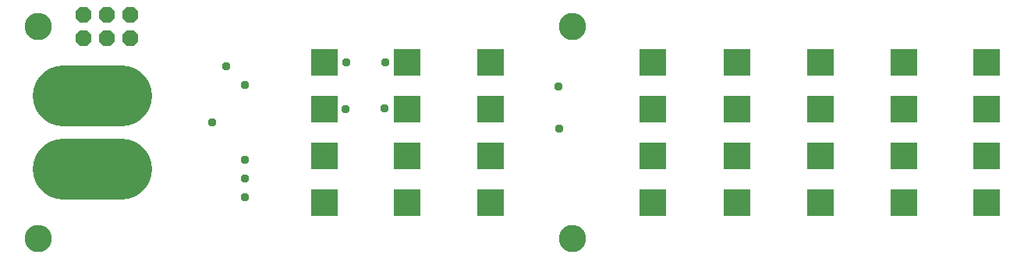
<source format=gbr>
G04 EAGLE Gerber X2 export*
%TF.Part,Single*%
%TF.FileFunction,Soldermask,Bot,1*%
%TF.FilePolarity,Negative*%
%TF.GenerationSoftware,Autodesk,EAGLE,8.6.0*%
%TF.CreationDate,2018-06-26T05:58:37Z*%
G75*
%MOMM*%
%FSLAX34Y34*%
%LPD*%
%AMOC8*
5,1,8,0,0,1.08239X$1,22.5*%
G01*
%ADD10C,2.953200*%
%ADD11R,2.873200X2.873200*%
%ADD12C,6.619200*%
%ADD13P,1.869504X8X22.500000*%
%ADD14C,0.959600*%


D10*
X35000Y35000D03*
X35000Y265000D03*
X615000Y265000D03*
X615000Y35000D03*
D11*
X346000Y226200D03*
X346000Y175400D03*
X346000Y124600D03*
X346000Y73800D03*
X974700Y226200D03*
X974700Y175400D03*
X974700Y124600D03*
X974700Y73800D03*
X436000Y226200D03*
X436000Y175400D03*
X436000Y124600D03*
X436000Y73800D03*
X1064700Y226200D03*
X1064700Y175400D03*
X1064700Y124600D03*
X1064700Y73800D03*
X526000Y226200D03*
X526000Y175400D03*
X526000Y124600D03*
X526000Y73800D03*
X793700Y226200D03*
X793700Y175400D03*
X793700Y124600D03*
X793700Y73800D03*
X702000Y226200D03*
X702000Y175400D03*
X702000Y124600D03*
X702000Y73800D03*
X884700Y226200D03*
X884700Y175400D03*
X884700Y124600D03*
X884700Y73800D03*
D12*
X126080Y110500D02*
X61920Y110500D01*
X61920Y189500D02*
X126080Y189500D01*
D13*
X84600Y252300D03*
X84600Y277700D03*
X110000Y252300D03*
X110000Y277700D03*
X135400Y252300D03*
X135400Y277700D03*
D14*
X411875Y226250D03*
X369375Y226250D03*
X411250Y176250D03*
X368750Y175625D03*
X260000Y120000D03*
X260000Y100000D03*
X260000Y80000D03*
X239375Y221875D03*
X600000Y200000D03*
X600625Y154375D03*
X260000Y201875D03*
X223750Y160625D03*
M02*

</source>
